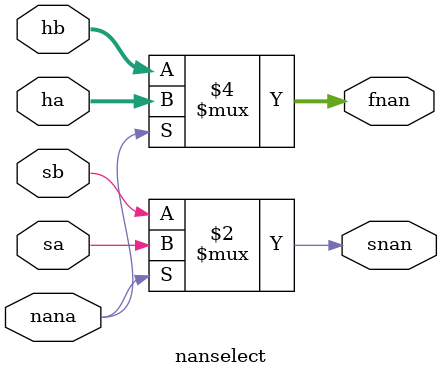
<source format=sv>
module nanselect(
input sa, 
input [51:0] ha,
input [51:0] hb,
input sb,
input nana,
output snan,
output [51:0] fnan 
);

assign snan = nana == 1 ? sa : sb;
assign fnan = nana == 1 ? ha : hb;

endmodule




</source>
